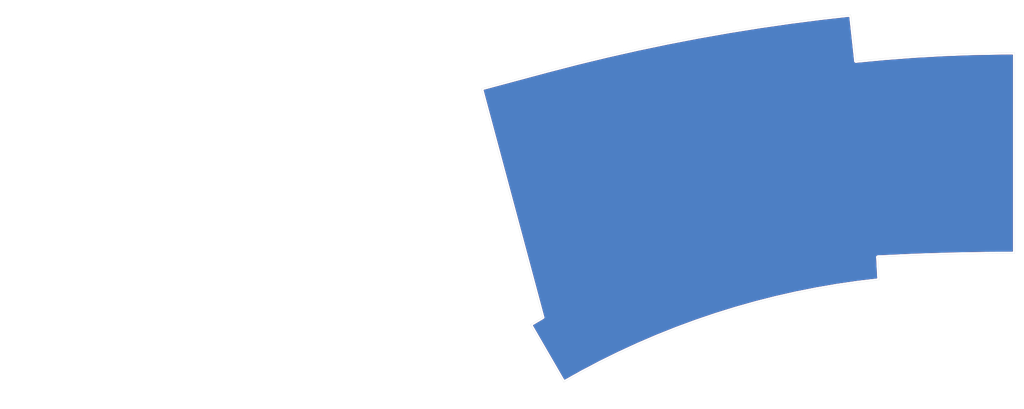
<source format=kicad_pcb>
(kicad_pcb (version 20171130) (host pcbnew 5.1.10)

  (general
    (thickness 1.6)
    (drawings 11)
    (tracks 0)
    (zones 0)
    (modules 0)
    (nets 1)
  )

  (page A4)
  (layers
    (0 F.Cu signal)
    (31 B.Cu signal)
    (32 B.Adhes user)
    (33 F.Adhes user)
    (34 B.Paste user)
    (35 F.Paste user)
    (36 B.SilkS user)
    (37 F.SilkS user)
    (38 B.Mask user)
    (39 F.Mask user)
    (40 Dwgs.User user)
    (41 Cmts.User user)
    (42 Eco1.User user)
    (43 Eco2.User user)
    (44 Edge.Cuts user)
    (45 Margin user)
    (46 B.CrtYd user)
    (47 F.CrtYd user)
    (48 B.Fab user)
    (49 F.Fab user)
  )

  (setup
    (last_trace_width 0.25)
    (trace_clearance 0.2)
    (zone_clearance 0.508)
    (zone_45_only no)
    (trace_min 0.2)
    (via_size 0.8)
    (via_drill 0.4)
    (via_min_size 0.4)
    (via_min_drill 0.3)
    (uvia_size 0.3)
    (uvia_drill 0.1)
    (uvias_allowed no)
    (uvia_min_size 0.2)
    (uvia_min_drill 0.1)
    (edge_width 0.05)
    (segment_width 0.2)
    (pcb_text_width 0.3)
    (pcb_text_size 1.5 1.5)
    (mod_edge_width 0.12)
    (mod_text_size 1 1)
    (mod_text_width 0.15)
    (pad_size 1.524 1.524)
    (pad_drill 0.762)
    (pad_to_mask_clearance 0)
    (aux_axis_origin 0 0)
    (visible_elements FFFFFF7F)
    (pcbplotparams
      (layerselection 0x01000_7ffffffe)
      (usegerberextensions false)
      (usegerberattributes true)
      (usegerberadvancedattributes true)
      (creategerberjobfile true)
      (excludeedgelayer true)
      (linewidth 0.100000)
      (plotframeref false)
      (viasonmask false)
      (mode 1)
      (useauxorigin false)
      (hpglpennumber 1)
      (hpglpenspeed 20)
      (hpglpendiameter 15.000000)
      (psnegative false)
      (psa4output false)
      (plotreference true)
      (plotvalue true)
      (plotinvisibletext false)
      (padsonsilk false)
      (subtractmaskfromsilk false)
      (outputformat 3)
      (mirror false)
      (drillshape 0)
      (scaleselection 1)
      (outputdirectory ""))
  )

  (net 0 "")

  (net_class Default "This is the default net class."
    (clearance 0.2)
    (trace_width 0.25)
    (via_dia 0.8)
    (via_drill 0.4)
    (uvia_dia 0.3)
    (uvia_drill 0.1)
  )

  (gr_line (start 134.7724 -66.1416) (end 153.615141 -71.201279) (layer Edge.Cuts) (width 0.05) (tstamp 60C74866))
  (gr_line (start 134.7724 -66.1416) (end 152.2537 -0.8001) (layer Edge.Cuts) (width 0.05) (tstamp 60BBAF40))
  (gr_line (start 247.872001 -18.011139) (end 248.230409 -11.470419) (layer Edge.Cuts) (width 0.05) (tstamp 60BBAF08))
  (gr_line (start 158.273501 17.749521) (end 148.7485 1.27) (layer Edge.Cuts) (width 0.05) (tstamp 60BBAF07))
  (gr_arc (start 286.9245 715.79232) (end 247.872001 -18.011139) (angle 3.046366874) (layer Edge.Cuts) (width 0.05) (tstamp 60BBAF06))
  (gr_line (start 240.165875 -87.206433) (end 241.60328 -73.99528) (layer Edge.Cuts) (width 0.05) (tstamp 60BBAF02))
  (gr_line (start 152.2537 -0.8001) (end 148.7485 1.27) (layer Edge.Cuts) (width 0.05) (tstamp 60BBAF01))
  (gr_arc (start 298.95902 472.74988) (end 153.615141 -71.201279) (angle 8.966091693) (layer Edge.Cuts) (width 0.05) (tstamp 60BBAF00))
  (gr_arc (start 271.8496 214.3252) (end 158.273501 17.749521) (angle 24.04649068) (layer Edge.Cuts) (width 0.05) (tstamp 60BBAEFF))
  (gr_arc (start 286.92196 358.013) (end 241.60328 -73.99528) (angle 5.989228541) (layer Edge.Cuts) (width 0.05) (tstamp 60BBAEFE))
  (gr_line (start 286.924501 -19.049577) (end 286.92704 -76.365794) (layer Edge.Cuts) (width 0.05) (tstamp 60BBAEFD))

  (zone (net 0) (net_name "") (layer F.Cu) (tstamp 60C4ED09) (hatch edge 0.508)
    (connect_pads (clearance 0.508))
    (min_thickness 0.254)
    (fill yes (arc_segments 32) (thermal_gap 0.508) (thermal_bridge_width 0.508))
    (polygon
      (pts
        (xy 289.56 25.4) (xy -2.54 22.86) (xy -2.54 -91.44) (xy 289.56 -91.44)
      )
    )
    (filled_polygon
      (pts
        (xy 240.950658 -73.891664) (xy 240.97064 -73.796302) (xy 241.021615 -73.676704) (xy 241.094943 -73.569348) (xy 241.187806 -73.478361)
        (xy 241.296635 -73.407238) (xy 241.417249 -73.358714) (xy 241.480991 -73.34671) (xy 241.481176 -73.346673) (xy 241.481359 -73.34664)
        (xy 241.545011 -73.334653) (xy 241.675013 -73.335979) (xy 241.702528 -73.341745) (xy 249.961318 -74.128038) (xy 258.264157 -74.757952)
        (xy 266.577539 -75.228354) (xy 274.898358 -75.539072) (xy 283.225496 -75.690029) (xy 286.267011 -75.702978) (xy 286.264531 -19.705865)
        (xy 278.631033 -19.662808) (xy 278.626439 -19.66275) (xy 278.622703 -19.662708) (xy 278.621845 -19.662692) (xy 278.621801 -19.662692)
        (xy 268.364169 -19.47534) (xy 268.354957 -19.475108) (xy 268.354816 -19.475102) (xy 258.100181 -19.144531) (xy 258.100039 -19.144527)
        (xy 258.090831 -19.144165) (xy 247.871081 -18.671801) (xy 247.835715 -18.673338) (xy 247.707223 -18.653535) (xy 247.585065 -18.609045)
        (xy 247.473933 -18.541578) (xy 247.378098 -18.453726) (xy 247.339175 -18.40062) (xy 247.339092 -18.400508) (xy 247.339039 -18.400435)
        (xy 247.301243 -18.348866) (xy 247.273649 -18.28966) (xy 247.273613 -18.289583) (xy 247.273584 -18.289519) (xy 247.246323 -18.231027)
        (xy 247.230969 -18.168225) (xy 247.230925 -18.168052) (xy 247.230881 -18.167868) (xy 247.215447 -18.104739) (xy 247.212661 -18.040637)
        (xy 247.212656 -18.040545) (xy 247.212651 -18.040416) (xy 247.211216 -18.007398) (xy 247.53737 -12.055306) (xy 242.06744 -11.406139)
        (xy 242.05031 -11.403878) (xy 236.168688 -10.54918) (xy 236.151623 -10.546472) (xy 236.151549 -10.546458) (xy 230.29439 -9.538104)
        (xy 230.277402 -9.53495) (xy 230.277387 -9.534947) (xy 224.448644 -8.373617) (xy 224.448571 -8.373603) (xy 224.431671 -8.370005)
        (xy 218.63524 -7.056475) (xy 218.61844 -7.052436) (xy 212.858378 -5.587624) (xy 212.84169 -5.583147) (xy 207.121947 -3.968055)
        (xy 207.105382 -3.963142) (xy 201.429876 -2.198879) (xy 201.413445 -2.193535) (xy 195.786067 -0.281308) (xy 195.769781 -0.275535)
        (xy 195.769756 -0.275526) (xy 190.194388 1.783344) (xy 190.178663 1.789386) (xy 190.17826 1.789541) (xy 184.658673 3.99366)
        (xy 184.642712 4.000277) (xy 179.182713 6.348128) (xy 179.16693 6.355161) (xy 179.166901 6.355175) (xy 173.770263 8.845133)
        (xy 173.75467 8.852576) (xy 168.425093 11.482934) (xy 168.425031 11.482963) (xy 168.409638 11.490813) (xy 163.15071 14.259798)
        (xy 163.150682 14.259812) (xy 163.143749 14.263579) (xy 163.135499 14.268062) (xy 163.135467 14.268081) (xy 158.518993 16.855352)
        (xy 149.647107 1.505806) (xy 152.539795 -0.202557) (xy 152.546794 -0.205188) (xy 152.595687 -0.235566) (xy 152.617236 -0.248292)
        (xy 152.623238 -0.252684) (xy 152.657224 -0.273799) (xy 152.675578 -0.290976) (xy 152.695871 -0.305823) (xy 152.722937 -0.335298)
        (xy 152.752146 -0.362635) (xy 152.766797 -0.383064) (xy 152.783803 -0.401584) (xy 152.804596 -0.435769) (xy 152.827914 -0.468283)
        (xy 152.838299 -0.491179) (xy 152.851363 -0.512658) (xy 152.865086 -0.550241) (xy 152.881615 -0.586683) (xy 152.887334 -0.611167)
        (xy 152.895956 -0.63478) (xy 152.902084 -0.674317) (xy 152.911185 -0.713283) (xy 152.912017 -0.73841) (xy 152.915868 -0.763255)
        (xy 152.914164 -0.803228) (xy 152.915489 -0.84322) (xy 152.911402 -0.868033) (xy 152.910332 -0.893145) (xy 152.900866 -0.932006)
        (xy 152.899655 -0.939358) (xy 152.893175 -0.963577) (xy 152.879563 -1.01946) (xy 152.876412 -1.026236) (xy 135.580395 -65.675184)
        (xy 153.783414 -70.563083) (xy 162.337469 -72.776899) (xy 170.923004 -74.855537) (xy 179.54027 -76.799094) (xy 188.186928 -78.607043)
        (xy 196.860928 -80.278956) (xy 205.560108 -81.814415) (xy 214.282364 -83.213048) (xy 223.025492 -84.474503) (xy 231.787491 -85.598489)
        (xy 239.581407 -86.476423)
      )
    )
  )
  (zone (net 0) (net_name "") (layer B.Cu) (tstamp 60C4ED06) (hatch edge 0.508)
    (connect_pads (clearance 0.508))
    (min_thickness 0.254)
    (fill yes (arc_segments 32) (thermal_gap 0.508) (thermal_bridge_width 0.508))
    (polygon
      (pts
        (xy 289.56 25.4) (xy -2.54 22.86) (xy -2.54 -91.44) (xy 289.56 -91.44)
      )
    )
    (filled_polygon
      (pts
        (xy 240.950658 -73.891664) (xy 240.97064 -73.796302) (xy 241.021615 -73.676704) (xy 241.094943 -73.569348) (xy 241.187806 -73.478361)
        (xy 241.296635 -73.407238) (xy 241.417249 -73.358714) (xy 241.480991 -73.34671) (xy 241.481176 -73.346673) (xy 241.481359 -73.34664)
        (xy 241.545011 -73.334653) (xy 241.675013 -73.335979) (xy 241.702528 -73.341745) (xy 249.961318 -74.128038) (xy 258.264157 -74.757952)
        (xy 266.577539 -75.228354) (xy 274.898358 -75.539072) (xy 283.225496 -75.690029) (xy 286.267011 -75.702978) (xy 286.264531 -19.705865)
        (xy 278.631033 -19.662808) (xy 278.626439 -19.66275) (xy 278.622703 -19.662708) (xy 278.621845 -19.662692) (xy 278.621801 -19.662692)
        (xy 268.364169 -19.47534) (xy 268.354957 -19.475108) (xy 268.354816 -19.475102) (xy 258.100181 -19.144531) (xy 258.100039 -19.144527)
        (xy 258.090831 -19.144165) (xy 247.871081 -18.671801) (xy 247.835715 -18.673338) (xy 247.707223 -18.653535) (xy 247.585065 -18.609045)
        (xy 247.473933 -18.541578) (xy 247.378098 -18.453726) (xy 247.339175 -18.40062) (xy 247.339092 -18.400508) (xy 247.339039 -18.400435)
        (xy 247.301243 -18.348866) (xy 247.273649 -18.28966) (xy 247.273613 -18.289583) (xy 247.273584 -18.289519) (xy 247.246323 -18.231027)
        (xy 247.230969 -18.168225) (xy 247.230925 -18.168052) (xy 247.230881 -18.167868) (xy 247.215447 -18.104739) (xy 247.212661 -18.040637)
        (xy 247.212656 -18.040545) (xy 247.212651 -18.040416) (xy 247.211216 -18.007398) (xy 247.53737 -12.055306) (xy 242.06744 -11.406139)
        (xy 242.05031 -11.403878) (xy 236.168688 -10.54918) (xy 236.151623 -10.546472) (xy 236.151549 -10.546458) (xy 230.29439 -9.538104)
        (xy 230.277402 -9.53495) (xy 230.277387 -9.534947) (xy 224.448644 -8.373617) (xy 224.448571 -8.373603) (xy 224.431671 -8.370005)
        (xy 218.63524 -7.056475) (xy 218.61844 -7.052436) (xy 212.858378 -5.587624) (xy 212.84169 -5.583147) (xy 207.121947 -3.968055)
        (xy 207.105382 -3.963142) (xy 201.429876 -2.198879) (xy 201.413445 -2.193535) (xy 195.786067 -0.281308) (xy 195.769781 -0.275535)
        (xy 195.769756 -0.275526) (xy 190.194388 1.783344) (xy 190.178663 1.789386) (xy 190.17826 1.789541) (xy 184.658673 3.99366)
        (xy 184.642712 4.000277) (xy 179.182713 6.348128) (xy 179.16693 6.355161) (xy 179.166901 6.355175) (xy 173.770263 8.845133)
        (xy 173.75467 8.852576) (xy 168.425093 11.482934) (xy 168.425031 11.482963) (xy 168.409638 11.490813) (xy 163.15071 14.259798)
        (xy 163.150682 14.259812) (xy 163.143749 14.263579) (xy 163.135499 14.268062) (xy 163.135467 14.268081) (xy 158.518993 16.855352)
        (xy 149.647107 1.505806) (xy 152.539795 -0.202557) (xy 152.546794 -0.205188) (xy 152.595687 -0.235566) (xy 152.617236 -0.248292)
        (xy 152.623238 -0.252684) (xy 152.657224 -0.273799) (xy 152.675578 -0.290976) (xy 152.695871 -0.305823) (xy 152.722937 -0.335298)
        (xy 152.752146 -0.362635) (xy 152.766797 -0.383064) (xy 152.783803 -0.401584) (xy 152.804596 -0.435769) (xy 152.827914 -0.468283)
        (xy 152.838299 -0.491179) (xy 152.851363 -0.512658) (xy 152.865086 -0.550241) (xy 152.881615 -0.586683) (xy 152.887334 -0.611167)
        (xy 152.895956 -0.63478) (xy 152.902084 -0.674317) (xy 152.911185 -0.713283) (xy 152.912017 -0.73841) (xy 152.915868 -0.763255)
        (xy 152.914164 -0.803228) (xy 152.915489 -0.84322) (xy 152.911402 -0.868033) (xy 152.910332 -0.893145) (xy 152.900866 -0.932006)
        (xy 152.899655 -0.939358) (xy 152.893175 -0.963577) (xy 152.879563 -1.01946) (xy 152.876412 -1.026236) (xy 135.580395 -65.675184)
        (xy 153.783414 -70.563083) (xy 162.337469 -72.776899) (xy 170.923004 -74.855537) (xy 179.54027 -76.799094) (xy 188.186928 -78.607043)
        (xy 196.860928 -80.278956) (xy 205.560108 -81.814415) (xy 214.282364 -83.213048) (xy 223.025492 -84.474503) (xy 231.787491 -85.598489)
        (xy 239.581407 -86.476423)
      )
    )
  )
)

</source>
